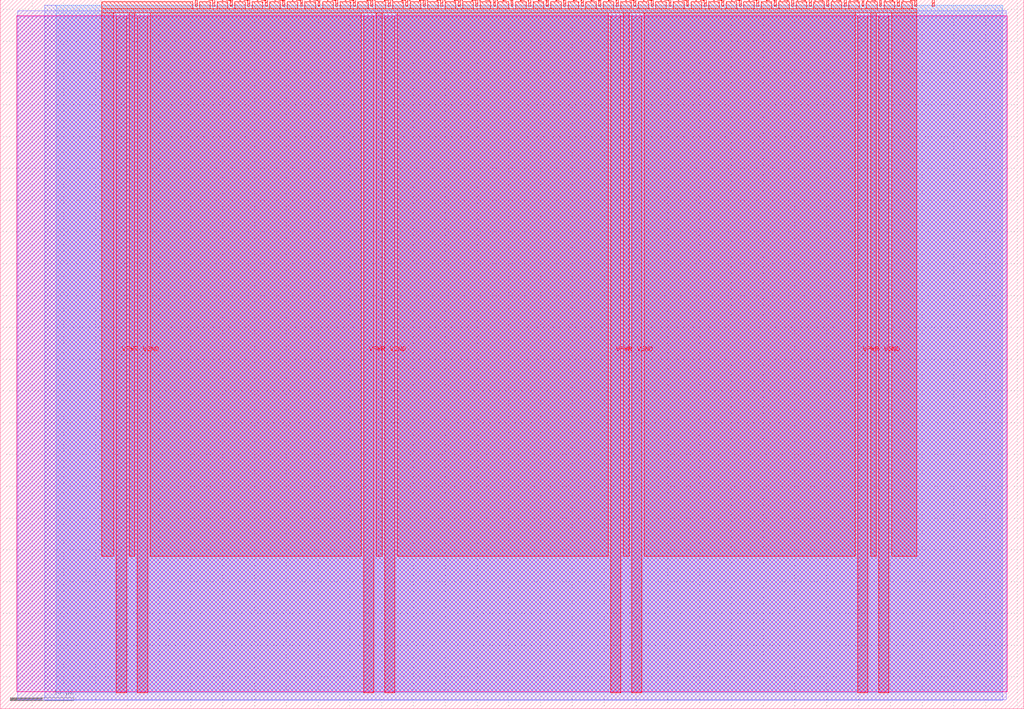
<source format=lef>
VERSION 5.7 ;
  NOWIREEXTENSIONATPIN ON ;
  DIVIDERCHAR "/" ;
  BUSBITCHARS "[]" ;
MACRO tt_um_log_afpm
  CLASS BLOCK ;
  FOREIGN tt_um_log_afpm ;
  ORIGIN 0.000 0.000 ;
  SIZE 161.000 BY 111.520 ;
  PIN VGND
    DIRECTION INOUT ;
    USE GROUND ;
    PORT
      LAYER met4 ;
        RECT 21.580 2.480 23.180 109.040 ;
    END
    PORT
      LAYER met4 ;
        RECT 60.450 2.480 62.050 109.040 ;
    END
    PORT
      LAYER met4 ;
        RECT 99.320 2.480 100.920 109.040 ;
    END
    PORT
      LAYER met4 ;
        RECT 138.190 2.480 139.790 109.040 ;
    END
  END VGND
  PIN VPWR
    DIRECTION INOUT ;
    USE POWER ;
    PORT
      LAYER met4 ;
        RECT 18.280 2.480 19.880 109.040 ;
    END
    PORT
      LAYER met4 ;
        RECT 57.150 2.480 58.750 109.040 ;
    END
    PORT
      LAYER met4 ;
        RECT 96.020 2.480 97.620 109.040 ;
    END
    PORT
      LAYER met4 ;
        RECT 134.890 2.480 136.490 109.040 ;
    END
  END VPWR
  PIN clk
    DIRECTION INPUT ;
    USE SIGNAL ;
    ANTENNAGATEAREA 0.852000 ;
    PORT
      LAYER met4 ;
        RECT 143.830 110.520 144.130 111.520 ;
    END
  END clk
  PIN ena
    DIRECTION INPUT ;
    USE SIGNAL ;
    PORT
      LAYER met4 ;
        RECT 146.590 110.520 146.890 111.520 ;
    END
  END ena
  PIN rst_n
    DIRECTION INPUT ;
    USE SIGNAL ;
    ANTENNAGATEAREA 0.196500 ;
    PORT
      LAYER met4 ;
        RECT 141.070 110.520 141.370 111.520 ;
    END
  END rst_n
  PIN ui_in[0]
    DIRECTION INPUT ;
    USE SIGNAL ;
    ANTENNAGATEAREA 0.196500 ;
    PORT
      LAYER met4 ;
        RECT 138.310 110.520 138.610 111.520 ;
    END
  END ui_in[0]
  PIN ui_in[1]
    DIRECTION INPUT ;
    USE SIGNAL ;
    ANTENNAGATEAREA 0.196500 ;
    PORT
      LAYER met4 ;
        RECT 135.550 110.520 135.850 111.520 ;
    END
  END ui_in[1]
  PIN ui_in[2]
    DIRECTION INPUT ;
    USE SIGNAL ;
    ANTENNAGATEAREA 0.196500 ;
    PORT
      LAYER met4 ;
        RECT 132.790 110.520 133.090 111.520 ;
    END
  END ui_in[2]
  PIN ui_in[3]
    DIRECTION INPUT ;
    USE SIGNAL ;
    ANTENNAGATEAREA 0.196500 ;
    PORT
      LAYER met4 ;
        RECT 130.030 110.520 130.330 111.520 ;
    END
  END ui_in[3]
  PIN ui_in[4]
    DIRECTION INPUT ;
    USE SIGNAL ;
    ANTENNAGATEAREA 0.196500 ;
    PORT
      LAYER met4 ;
        RECT 127.270 110.520 127.570 111.520 ;
    END
  END ui_in[4]
  PIN ui_in[5]
    DIRECTION INPUT ;
    USE SIGNAL ;
    ANTENNAGATEAREA 0.196500 ;
    PORT
      LAYER met4 ;
        RECT 124.510 110.520 124.810 111.520 ;
    END
  END ui_in[5]
  PIN ui_in[6]
    DIRECTION INPUT ;
    USE SIGNAL ;
    ANTENNAGATEAREA 0.196500 ;
    PORT
      LAYER met4 ;
        RECT 121.750 110.520 122.050 111.520 ;
    END
  END ui_in[6]
  PIN ui_in[7]
    DIRECTION INPUT ;
    USE SIGNAL ;
    ANTENNAGATEAREA 0.196500 ;
    PORT
      LAYER met4 ;
        RECT 118.990 110.520 119.290 111.520 ;
    END
  END ui_in[7]
  PIN uio_in[0]
    DIRECTION INPUT ;
    USE SIGNAL ;
    ANTENNAGATEAREA 0.196500 ;
    PORT
      LAYER met4 ;
        RECT 116.230 110.520 116.530 111.520 ;
    END
  END uio_in[0]
  PIN uio_in[1]
    DIRECTION INPUT ;
    USE SIGNAL ;
    ANTENNAGATEAREA 0.196500 ;
    PORT
      LAYER met4 ;
        RECT 113.470 110.520 113.770 111.520 ;
    END
  END uio_in[1]
  PIN uio_in[2]
    DIRECTION INPUT ;
    USE SIGNAL ;
    ANTENNAGATEAREA 0.196500 ;
    PORT
      LAYER met4 ;
        RECT 110.710 110.520 111.010 111.520 ;
    END
  END uio_in[2]
  PIN uio_in[3]
    DIRECTION INPUT ;
    USE SIGNAL ;
    ANTENNAGATEAREA 0.196500 ;
    PORT
      LAYER met4 ;
        RECT 107.950 110.520 108.250 111.520 ;
    END
  END uio_in[3]
  PIN uio_in[4]
    DIRECTION INPUT ;
    USE SIGNAL ;
    ANTENNAGATEAREA 0.196500 ;
    PORT
      LAYER met4 ;
        RECT 105.190 110.520 105.490 111.520 ;
    END
  END uio_in[4]
  PIN uio_in[5]
    DIRECTION INPUT ;
    USE SIGNAL ;
    ANTENNAGATEAREA 0.196500 ;
    PORT
      LAYER met4 ;
        RECT 102.430 110.520 102.730 111.520 ;
    END
  END uio_in[5]
  PIN uio_in[6]
    DIRECTION INPUT ;
    USE SIGNAL ;
    ANTENNAGATEAREA 0.196500 ;
    PORT
      LAYER met4 ;
        RECT 99.670 110.520 99.970 111.520 ;
    END
  END uio_in[6]
  PIN uio_in[7]
    DIRECTION INPUT ;
    USE SIGNAL ;
    ANTENNAGATEAREA 0.196500 ;
    PORT
      LAYER met4 ;
        RECT 96.910 110.520 97.210 111.520 ;
    END
  END uio_in[7]
  PIN uio_oe[0]
    DIRECTION OUTPUT ;
    USE SIGNAL ;
    PORT
      LAYER met4 ;
        RECT 49.990 110.520 50.290 111.520 ;
    END
  END uio_oe[0]
  PIN uio_oe[1]
    DIRECTION OUTPUT ;
    USE SIGNAL ;
    PORT
      LAYER met4 ;
        RECT 47.230 110.520 47.530 111.520 ;
    END
  END uio_oe[1]
  PIN uio_oe[2]
    DIRECTION OUTPUT ;
    USE SIGNAL ;
    PORT
      LAYER met4 ;
        RECT 44.470 110.520 44.770 111.520 ;
    END
  END uio_oe[2]
  PIN uio_oe[3]
    DIRECTION OUTPUT ;
    USE SIGNAL ;
    PORT
      LAYER met4 ;
        RECT 41.710 110.520 42.010 111.520 ;
    END
  END uio_oe[3]
  PIN uio_oe[4]
    DIRECTION OUTPUT ;
    USE SIGNAL ;
    PORT
      LAYER met4 ;
        RECT 38.950 110.520 39.250 111.520 ;
    END
  END uio_oe[4]
  PIN uio_oe[5]
    DIRECTION OUTPUT ;
    USE SIGNAL ;
    PORT
      LAYER met4 ;
        RECT 36.190 110.520 36.490 111.520 ;
    END
  END uio_oe[5]
  PIN uio_oe[6]
    DIRECTION OUTPUT ;
    USE SIGNAL ;
    PORT
      LAYER met4 ;
        RECT 33.430 110.520 33.730 111.520 ;
    END
  END uio_oe[6]
  PIN uio_oe[7]
    DIRECTION OUTPUT ;
    USE SIGNAL ;
    PORT
      LAYER met4 ;
        RECT 30.670 110.520 30.970 111.520 ;
    END
  END uio_oe[7]
  PIN uio_out[0]
    DIRECTION OUTPUT ;
    USE SIGNAL ;
    PORT
      LAYER met4 ;
        RECT 72.070 110.520 72.370 111.520 ;
    END
  END uio_out[0]
  PIN uio_out[1]
    DIRECTION OUTPUT ;
    USE SIGNAL ;
    PORT
      LAYER met4 ;
        RECT 69.310 110.520 69.610 111.520 ;
    END
  END uio_out[1]
  PIN uio_out[2]
    DIRECTION OUTPUT ;
    USE SIGNAL ;
    PORT
      LAYER met4 ;
        RECT 66.550 110.520 66.850 111.520 ;
    END
  END uio_out[2]
  PIN uio_out[3]
    DIRECTION OUTPUT ;
    USE SIGNAL ;
    PORT
      LAYER met4 ;
        RECT 63.790 110.520 64.090 111.520 ;
    END
  END uio_out[3]
  PIN uio_out[4]
    DIRECTION OUTPUT ;
    USE SIGNAL ;
    PORT
      LAYER met4 ;
        RECT 61.030 110.520 61.330 111.520 ;
    END
  END uio_out[4]
  PIN uio_out[5]
    DIRECTION OUTPUT ;
    USE SIGNAL ;
    PORT
      LAYER met4 ;
        RECT 58.270 110.520 58.570 111.520 ;
    END
  END uio_out[5]
  PIN uio_out[6]
    DIRECTION OUTPUT ;
    USE SIGNAL ;
    PORT
      LAYER met4 ;
        RECT 55.510 110.520 55.810 111.520 ;
    END
  END uio_out[6]
  PIN uio_out[7]
    DIRECTION OUTPUT ;
    USE SIGNAL ;
    PORT
      LAYER met4 ;
        RECT 52.750 110.520 53.050 111.520 ;
    END
  END uio_out[7]
  PIN uo_out[0]
    DIRECTION OUTPUT ;
    USE SIGNAL ;
    ANTENNAGATEAREA 0.247500 ;
    ANTENNADIFFAREA 0.445500 ;
    PORT
      LAYER met4 ;
        RECT 94.150 110.520 94.450 111.520 ;
    END
  END uo_out[0]
  PIN uo_out[1]
    DIRECTION OUTPUT ;
    USE SIGNAL ;
    ANTENNAGATEAREA 0.247500 ;
    ANTENNADIFFAREA 0.445500 ;
    PORT
      LAYER met4 ;
        RECT 91.390 110.520 91.690 111.520 ;
    END
  END uo_out[1]
  PIN uo_out[2]
    DIRECTION OUTPUT ;
    USE SIGNAL ;
    ANTENNAGATEAREA 0.247500 ;
    ANTENNADIFFAREA 0.445500 ;
    PORT
      LAYER met4 ;
        RECT 88.630 110.520 88.930 111.520 ;
    END
  END uo_out[2]
  PIN uo_out[3]
    DIRECTION OUTPUT ;
    USE SIGNAL ;
    ANTENNAGATEAREA 0.247500 ;
    ANTENNADIFFAREA 0.445500 ;
    PORT
      LAYER met4 ;
        RECT 85.870 110.520 86.170 111.520 ;
    END
  END uo_out[3]
  PIN uo_out[4]
    DIRECTION OUTPUT ;
    USE SIGNAL ;
    ANTENNAGATEAREA 0.247500 ;
    ANTENNADIFFAREA 0.445500 ;
    PORT
      LAYER met4 ;
        RECT 83.110 110.520 83.410 111.520 ;
    END
  END uo_out[4]
  PIN uo_out[5]
    DIRECTION OUTPUT ;
    USE SIGNAL ;
    ANTENNAGATEAREA 0.247500 ;
    ANTENNADIFFAREA 0.445500 ;
    PORT
      LAYER met4 ;
        RECT 80.350 110.520 80.650 111.520 ;
    END
  END uo_out[5]
  PIN uo_out[6]
    DIRECTION OUTPUT ;
    USE SIGNAL ;
    ANTENNAGATEAREA 0.247500 ;
    ANTENNADIFFAREA 0.445500 ;
    PORT
      LAYER met4 ;
        RECT 77.590 110.520 77.890 111.520 ;
    END
  END uo_out[6]
  PIN uo_out[7]
    DIRECTION OUTPUT ;
    USE SIGNAL ;
    ANTENNAGATEAREA 0.247500 ;
    ANTENNADIFFAREA 0.445500 ;
    PORT
      LAYER met4 ;
        RECT 74.830 110.520 75.130 111.520 ;
    END
  END uo_out[7]
  OBS
      LAYER nwell ;
        RECT 2.570 2.635 158.430 108.990 ;
      LAYER li1 ;
        RECT 2.760 2.635 158.240 108.885 ;
      LAYER met1 ;
        RECT 2.760 1.400 158.240 109.780 ;
      LAYER met2 ;
        RECT 7.000 1.370 157.690 110.685 ;
      LAYER met3 ;
        RECT 8.805 2.555 157.715 110.665 ;
      LAYER met4 ;
        RECT 15.935 110.120 30.270 111.170 ;
        RECT 31.370 110.120 33.030 111.170 ;
        RECT 34.130 110.120 35.790 111.170 ;
        RECT 36.890 110.120 38.550 111.170 ;
        RECT 39.650 110.120 41.310 111.170 ;
        RECT 42.410 110.120 44.070 111.170 ;
        RECT 45.170 110.120 46.830 111.170 ;
        RECT 47.930 110.120 49.590 111.170 ;
        RECT 50.690 110.120 52.350 111.170 ;
        RECT 53.450 110.120 55.110 111.170 ;
        RECT 56.210 110.120 57.870 111.170 ;
        RECT 58.970 110.120 60.630 111.170 ;
        RECT 61.730 110.120 63.390 111.170 ;
        RECT 64.490 110.120 66.150 111.170 ;
        RECT 67.250 110.120 68.910 111.170 ;
        RECT 70.010 110.120 71.670 111.170 ;
        RECT 72.770 110.120 74.430 111.170 ;
        RECT 75.530 110.120 77.190 111.170 ;
        RECT 78.290 110.120 79.950 111.170 ;
        RECT 81.050 110.120 82.710 111.170 ;
        RECT 83.810 110.120 85.470 111.170 ;
        RECT 86.570 110.120 88.230 111.170 ;
        RECT 89.330 110.120 90.990 111.170 ;
        RECT 92.090 110.120 93.750 111.170 ;
        RECT 94.850 110.120 96.510 111.170 ;
        RECT 97.610 110.120 99.270 111.170 ;
        RECT 100.370 110.120 102.030 111.170 ;
        RECT 103.130 110.120 104.790 111.170 ;
        RECT 105.890 110.120 107.550 111.170 ;
        RECT 108.650 110.120 110.310 111.170 ;
        RECT 111.410 110.120 113.070 111.170 ;
        RECT 114.170 110.120 115.830 111.170 ;
        RECT 116.930 110.120 118.590 111.170 ;
        RECT 119.690 110.120 121.350 111.170 ;
        RECT 122.450 110.120 124.110 111.170 ;
        RECT 125.210 110.120 126.870 111.170 ;
        RECT 127.970 110.120 129.630 111.170 ;
        RECT 130.730 110.120 132.390 111.170 ;
        RECT 133.490 110.120 135.150 111.170 ;
        RECT 136.250 110.120 137.910 111.170 ;
        RECT 139.010 110.120 140.670 111.170 ;
        RECT 141.770 110.120 143.430 111.170 ;
        RECT 15.935 109.440 144.145 110.120 ;
        RECT 15.935 23.975 17.880 109.440 ;
        RECT 20.280 23.975 21.180 109.440 ;
        RECT 23.580 23.975 56.750 109.440 ;
        RECT 59.150 23.975 60.050 109.440 ;
        RECT 62.450 23.975 95.620 109.440 ;
        RECT 98.020 23.975 98.920 109.440 ;
        RECT 101.320 23.975 134.490 109.440 ;
        RECT 136.890 23.975 137.790 109.440 ;
        RECT 140.190 23.975 144.145 109.440 ;
  END
END tt_um_log_afpm
END LIBRARY


</source>
